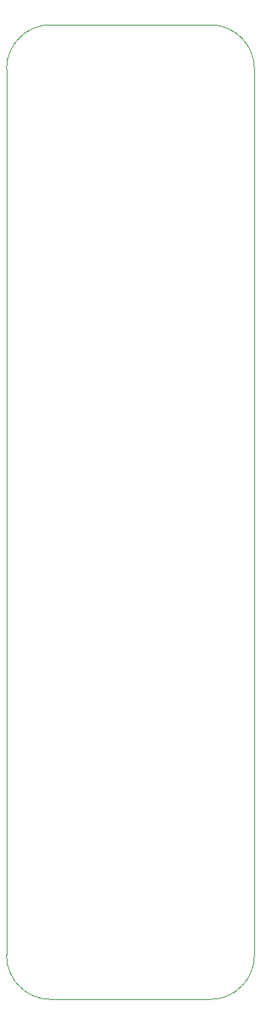
<source format=gbr>
G04 #@! TF.GenerationSoftware,KiCad,Pcbnew,(6.0.0)*
G04 #@! TF.CreationDate,2022-01-12T09:15:57-08:00*
G04 #@! TF.ProjectId,VCF,5643462e-6b69-4636-9164-5f7063625858,rev?*
G04 #@! TF.SameCoordinates,Original*
G04 #@! TF.FileFunction,Profile,NP*
%FSLAX46Y46*%
G04 Gerber Fmt 4.6, Leading zero omitted, Abs format (unit mm)*
G04 Created by KiCad (PCBNEW (6.0.0)) date 2022-01-12 09:15:57*
%MOMM*%
%LPD*%
G01*
G04 APERTURE LIST*
G04 #@! TA.AperFunction,Profile*
%ADD10C,0.050000*%
G04 #@! TD*
G04 APERTURE END LIST*
D10*
X0Y105000000D02*
X0Y5000000D01*
X23000000Y110000000D02*
X5000000Y110000000D01*
X28000000Y105000000D02*
G75*
G03*
X23000000Y110000000I-5000000J0D01*
G01*
X28000000Y5000000D02*
X28000000Y105000000D01*
X5000000Y0D02*
X23000000Y0D01*
X0Y5000000D02*
G75*
G03*
X5000000Y0I5000000J0D01*
G01*
X23000000Y0D02*
G75*
G03*
X28000000Y5000000I0J5000000D01*
G01*
X5000000Y110000000D02*
G75*
G03*
X0Y105000000I0J-5000000D01*
G01*
M02*

</source>
